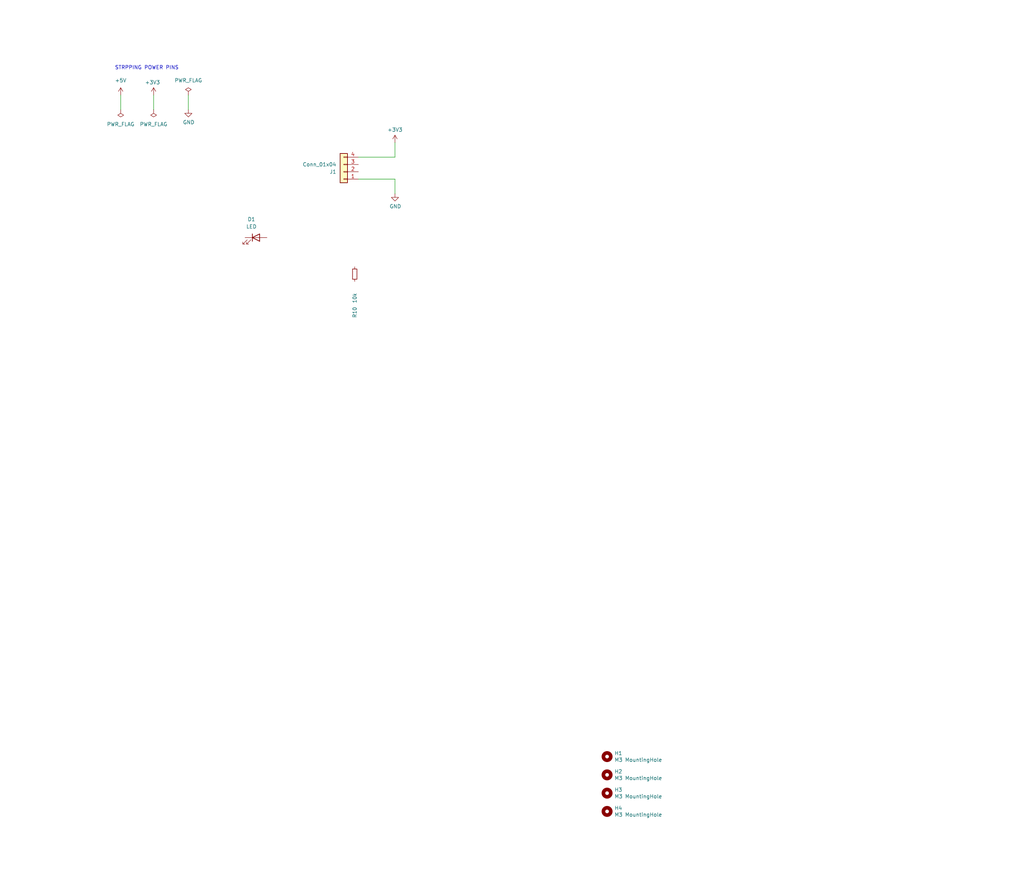
<source format=kicad_sch>
(kicad_sch (version 20231120) (generator "eeschema") (generator_version "8.0")
  (paper "User" 355.6 304.8)
  (title_block (title "KamstrupEye") (date "${date}") (rev "${commit}") (comment 1 "github.com/slimcdk/kamstrup-eye/tree/${commit}"))
  (lib_symbols
    (symbol "Connector_Generic:Conn_01x04" (pin_names (offset 1.016) hide)
      (property "Reference" "J" (at 0 5.08 0))
      (property "Value" "Conn_01x04" (at 0 -7.62 0))
      (symbol "Conn_01x04_1_1"
        (rectangle (start -1.27 -4.953) (end 0 -5.207) (stroke (width 0.1524)))
        (rectangle (start -1.27 -2.413) (end 0 -2.667) (stroke (width 0.1524)))
        (rectangle (start -1.27 0.127) (end 0 -0.127) (stroke (width 0.1524)))
        (rectangle (start -1.27 2.667) (end 0 2.413) (stroke (width 0.1524)))
        (rectangle (start -1.27 3.81) (end 1.27 -6.35) (stroke (width 0.254)) (fill (type background)))
        (pin passive line (at -5.08 2.54 0) (length 3.81) (name "Pin_1") (number "1"))
        (pin passive line (at -5.08 0 0) (length 3.81) (name "Pin_2") (number "2"))
        (pin passive line (at -5.08 -2.54 0) (length 3.81) (name "Pin_3") (number "3"))
        (pin passive line (at -5.08 -5.08 0) (length 3.81) (name "Pin_4") (number "4"))
      )
    )
    (symbol "Device:LED" (pin_numbers hide) (pin_names (offset 1.016) hide)
      (property "Reference" "D" (at 0 2.54 0))
      (property "Value" "LED" (at 0 -2.54 0))
      (symbol "LED_0_1"
        (polyline (pts (xy -1.27 -1.27) (xy -1.27 1.27)) (stroke (width 0.254)))
        (polyline (pts (xy -1.27 0) (xy 1.27 0)))
        (polyline (pts (xy 1.27 -1.27) (xy 1.27 1.27) (xy -1.27 0) (xy 1.27 -1.27)) (stroke (width 0.254)))
        (polyline (pts (xy -3.048 -0.762) (xy -4.572 -2.286) (xy -3.81 -2.286) (xy -4.572 -2.286) (xy -4.572 -1.524)))
        (polyline (pts (xy -1.778 -0.762) (xy -3.302 -2.286) (xy -2.54 -2.286) (xy -3.302 -2.286) (xy -3.302 -1.524)))
      )
      (symbol "LED_1_1"
        (pin passive line (at -3.81 0 0) (length 2.54) (name "K") (number "1"))
        (pin passive line (at 3.81 0 180) (length 2.54) (name "A") (number "2"))
      )
    )
    (symbol "Device:R_Small" (pin_numbers hide) (pin_names (offset 0.254) hide)
      (property "Reference" "R" (at 0.762 0.508 0))
      (property "Value" "R_Small" (at 0.762 -1.016 0))
      (symbol "R_Small_0_1"
        (rectangle (start -0.762 1.778) (end 0.762 -1.778) (stroke (width 0.2032)))
      )
      (symbol "R_Small_1_1"
        (pin passive line (at 0 2.54 270) (length 0.762) (name "~") (number "1"))
        (pin passive line (at 0 -2.54 90) (length 0.762) (name "~") (number "2"))
      )
    )
    (symbol "Mechanical:MountingHole" (pin_names (offset 1.016))
      (property "Reference" "H" (at 0 5.08 0))
      (property "Value" "MountingHole" (at 0 3.175 0))
      (symbol "MountingHole_0_1"
        (circle (center 0 0) (radius 1.27) (stroke (width 1.27)))
      )
    )
    (symbol "power:+3V3" (power) (pin_names (offset 0))
      (property "Value" "+3V3" (at 0 3.556 0))
      (symbol "+3V3_0_1"
        (polyline (pts (xy -0.762 1.27) (xy 0 2.54)))
        (polyline (pts (xy 0 0) (xy 0 2.54)))
        (polyline (pts (xy 0 2.54) (xy 0.762 1.27)))
      )
      (symbol "+3V3_1_1"
        (pin power_in line (at 0 0 90) (length 0) hide (name "+3V3") (number "1"))
      )
    )
    (symbol "power:+5V" (power) (pin_numbers hide) (pin_names (offset 0) hide)
      (property "Value" "+5V" (at 0 3.556 0))
      (symbol "+5V_0_1"
        (polyline (pts (xy -0.762 1.27) (xy 0 2.54)))
        (polyline (pts (xy 0 0) (xy 0 2.54)))
        (polyline (pts (xy 0 2.54) (xy 0.762 1.27)))
      )
      (symbol "+5V_1_1"
        (pin power_in line (at 0 0 90) (length 0) (name "~") (number "1"))
      )
    )
    (symbol "power:GND" (power) (pin_names (offset 0))
      (property "Value" "GND" (at 0 -3.81 0))
      (symbol "GND_0_1"
        (polyline (pts (xy 0 0) (xy 0 -1.27) (xy 1.27 -1.27) (xy 0 -2.54) (xy -1.27 -1.27) (xy 0 -1.27)))
      )
      (symbol "GND_1_1"
        (pin power_in line (at 0 0 270) (length 0) hide (name "GND") (number "1"))
      )
    )
    (symbol "power:PWR_FLAG" (power) (pin_numbers hide) (pin_names (offset 0) hide)
      (property "Value" "PWR_FLAG" (at 0 3.81 0))
      (symbol "PWR_FLAG_0_0"
        (pin power_out line (at 0 0 90) (length 0) (name "pwr") (number "1"))
      )
      (symbol "PWR_FLAG_0_1"
        (polyline (pts (xy 0 0) (xy 0 1.27) (xy -1.016 1.905) (xy 0 2.54) (xy 1.016 1.905) (xy 0 1.27)))
      )
    )
  )
  (wire (pts (xy 137.16 54.61) (xy 124.46 54.61)))
  (wire (pts (xy 137.16 62.23) (xy 137.16 67.31)))
  (wire (pts (xy 53.34 33.02) (xy 53.34 38.1)))
  (wire (pts (xy 41.91 33.02) (xy 41.91 38.1)))
  (wire (pts (xy 137.16 49.53) (xy 137.16 54.61)))
  (wire (pts (xy 65.405 33.02) (xy 65.405 38.1)))
  (wire (pts (xy 137.16 62.23) (xy 124.46 62.23)))
  (text "STRPPING POWER PINS" (at 39.878 24.384 0) (effects (font (size 1.27 1.27)) (justify left bottom)))
  (symbol (lib_id "Mechanical:MountingHole") (at 210.82 275.59 0) (unit 1) (exclude_from_sim yes) (in_bom no)
    (property "Reference" "H3" (at 213.36 274.4216 0) (effects (justify left)))
    (property "Value" "M3 MountingHole" (at 213.36 276.733 0) (effects (justify left)))
    (property "Footprint" "MountingHole:MountingHole_3.2mm_M3_DIN965_Pad" (effects (hide yes)))
  )
  (symbol (lib_id "Mechanical:MountingHole") (at 210.82 281.94 0) (unit 1) (exclude_from_sim yes) (in_bom no)
    (property "Reference" "H4" (at 213.36 280.7716 0) (effects (justify left)))
    (property "Value" "M3 MountingHole" (at 213.36 283.083 0) (effects (justify left)))
    (property "Footprint" "MountingHole:MountingHole_3.2mm_M3_DIN965_Pad" (effects (hide yes)))
  )
  (symbol (lib_id "Mechanical:MountingHole") (at 210.82 269.24 0) (unit 1) (exclude_from_sim yes) (in_bom no)
    (property "Reference" "H2" (at 213.36 268.0716 0) (effects (justify left)))
    (property "Value" "M3 MountingHole" (at 213.36 270.383 0) (effects (justify left)))
    (property "Footprint" "MountingHole:MountingHole_3.2mm_M3_DIN965_Pad" (effects (hide yes)))
  )
  (symbol (lib_id "Mechanical:MountingHole") (at 210.82 262.89 0) (unit 1) (exclude_from_sim yes) (in_bom no)
    (property "Reference" "H1" (at 213.36 261.7216 0) (effects (justify left)))
    (property "Value" "M3 MountingHole" (at 213.36 264.033 0) (effects (justify left)))
    (property "Footprint" "MountingHole:MountingHole_3.2mm_M3_DIN965_Pad" (effects (hide yes)))
  )
  (symbol (lib_id "power:GND") (at 137.16 67.31 0) (unit 1)
    (property "Reference" "#PWR01" (effects (hide yes)))
    (property "Value" "GND" (at 137.287 71.7042 0))
  )
  (symbol (lib_id "power:+3V3") (at 53.34 33.02 0) (mirror y) (unit 1)
    (property "Reference" "#PWR023" (effects (hide yes)))
    (property "Value" "+3V3" (at 52.959 28.6258 0))
  )
  (symbol (lib_id "power:+5V") (at 41.91 33.02 0) (unit 1)
    (property "Reference" "#PWR028" (effects (hide yes)))
    (property "Value" "+5V" (at 41.91 27.94 0))
    (property "Description" "Power symbol creates a global label with name \"+5V\"" (effects (hide yes)))
  )
  (symbol (lib_id "Device:R_Small") (at 123.19 95.25 0) (mirror y) (unit 1)
    (property "Reference" "R10" (at 123.19 110.49 90) (effects (justify left)))
    (property "Value" "10k" (at 123.19 105.41 90) (effects (justify left)))
    (property "Footprint" "Resistor_SMD:R_0402_1005Metric" (effects (hide yes)))
    (property "Manf#" "RT0603FRE1310KL" (effects (hide yes)))
    (property "LCSC" "C4226066" (effects (hide yes)))
    (property "Package" "0603" (effects (hide yes)))
  )
  (symbol (lib_id "power:GND") (at 65.405 38.1 0) (unit 1)
    (property "Reference" "#PWR0107" (effects (hide yes)))
    (property "Value" "GND" (at 65.532 42.4942 0))
  )
  (symbol (lib_id "Connector_Generic:Conn_01x04") (at 119.38 59.69 180) (unit 1)
    (property "Reference" "J1" (at 116.84 59.6901 0) (effects (justify left)))
    (property "Value" "Conn_01x04" (at 116.84 57.1501 0) (effects (justify left)))
    (property "Description" "Generic connector, single row, 01x04, script generated (kicad-library-utils/schlib/autogen/connector/)" (effects (hide yes)))
  )
  (symbol (lib_id "power:PWR_FLAG") (at 65.405 33.02 0) (unit 1)
    (property "Reference" "#FLG01" (effects (hide yes)))
    (property "Value" "PWR_FLAG" (at 65.405 27.94 0))
  )
  (symbol (lib_id "power:PWR_FLAG") (at 41.91 38.1 180) (unit 1)
    (property "Reference" "#FLG03" (effects (hide yes)))
    (property "Value" "PWR_FLAG" (at 41.91 43.18 0))
  )
  (symbol (lib_id "power:+3V3") (at 137.16 49.53 0) (unit 1)
    (property "Reference" "#PWR07" (effects (hide yes)))
    (property "Value" "+3V3" (at 137.16 45.085 0))
  )
  (symbol (lib_id "power:PWR_FLAG") (at 53.34 38.1 180) (unit 1)
    (property "Reference" "#FLG02" (effects (hide yes)))
    (property "Value" "PWR_FLAG" (at 53.34 43.18 0))
  )
  (symbol (lib_id "Device:LED") (at 88.9 82.55 0) (unit 1)
    (property "Reference" "D1" (at 87.3125 76.2 0))
    (property "Value" "LED" (at 87.3125 78.74 0))
    (property "Description" "Light emitting diode" (effects (hide yes)))
  )
)
</source>
